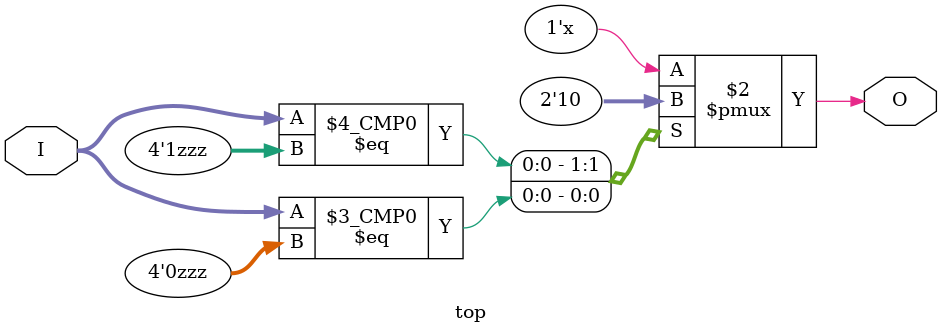
<source format=v>
module top( (* keep *) input [3:0] I, output O);
    always @(I)
    case(I)
        4'b1??? : O = 1;
        4'b0??? : O = 0;
    endcase
endmodule // top

</source>
